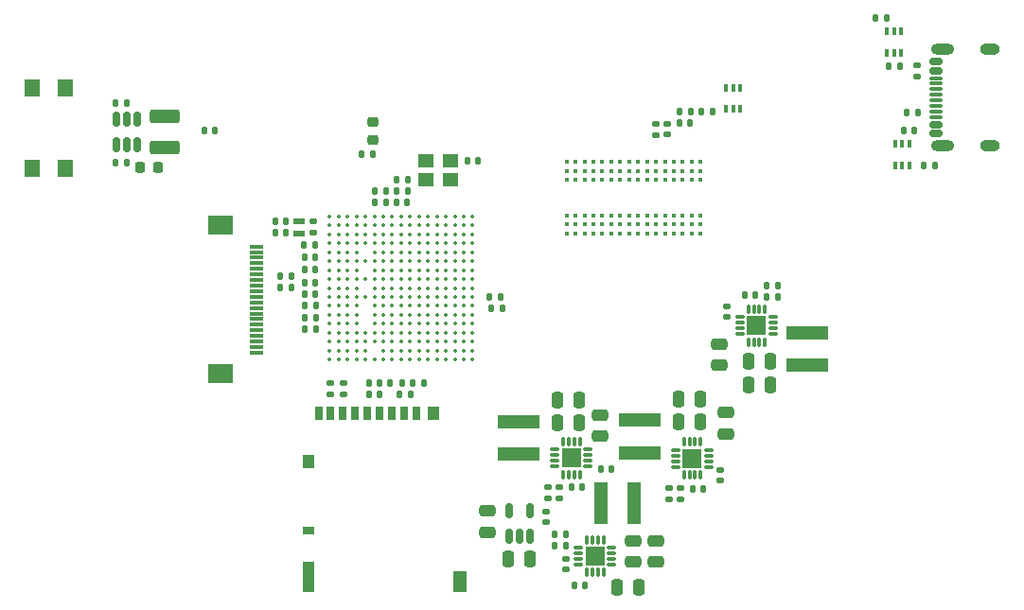
<source format=gbr>
%TF.GenerationSoftware,KiCad,Pcbnew,8.0.6*%
%TF.CreationDate,2025-04-20T13:18:45+02:00*%
%TF.ProjectId,hardware,68617264-7761-4726-952e-6b696361645f,rev?*%
%TF.SameCoordinates,Original*%
%TF.FileFunction,Paste,Top*%
%TF.FilePolarity,Positive*%
%FSLAX46Y46*%
G04 Gerber Fmt 4.6, Leading zero omitted, Abs format (unit mm)*
G04 Created by KiCad (PCBNEW 8.0.6) date 2025-04-20 13:18:45*
%MOMM*%
%LPD*%
G01*
G04 APERTURE LIST*
G04 Aperture macros list*
%AMRoundRect*
0 Rectangle with rounded corners*
0 $1 Rounding radius*
0 $2 $3 $4 $5 $6 $7 $8 $9 X,Y pos of 4 corners*
0 Add a 4 corners polygon primitive as box body*
4,1,4,$2,$3,$4,$5,$6,$7,$8,$9,$2,$3,0*
0 Add four circle primitives for the rounded corners*
1,1,$1+$1,$2,$3*
1,1,$1+$1,$4,$5*
1,1,$1+$1,$6,$7*
1,1,$1+$1,$8,$9*
0 Add four rect primitives between the rounded corners*
20,1,$1+$1,$2,$3,$4,$5,0*
20,1,$1+$1,$4,$5,$6,$7,0*
20,1,$1+$1,$6,$7,$8,$9,0*
20,1,$1+$1,$8,$9,$2,$3,0*%
G04 Aperture macros list end*
%ADD10C,0.340000*%
%ADD11RoundRect,0.135000X-0.135000X-0.185000X0.135000X-0.185000X0.135000X0.185000X-0.135000X0.185000X0*%
%ADD12RoundRect,0.140000X-0.140000X-0.170000X0.140000X-0.170000X0.140000X0.170000X-0.140000X0.170000X0*%
%ADD13RoundRect,0.250000X0.475000X-0.250000X0.475000X0.250000X-0.475000X0.250000X-0.475000X-0.250000X0*%
%ADD14RoundRect,0.250000X-0.250000X-0.475000X0.250000X-0.475000X0.250000X0.475000X-0.250000X0.475000X0*%
%ADD15RoundRect,0.140000X-0.170000X0.140000X-0.170000X-0.140000X0.170000X-0.140000X0.170000X0.140000X0*%
%ADD16RoundRect,0.140000X0.140000X0.170000X-0.140000X0.170000X-0.140000X-0.170000X0.140000X-0.170000X0*%
%ADD17RoundRect,0.250000X-0.475000X0.250000X-0.475000X-0.250000X0.475000X-0.250000X0.475000X0.250000X0*%
%ADD18R,3.700000X1.300000*%
%ADD19R,1.300000X3.700000*%
%ADD20RoundRect,0.135000X0.185000X-0.135000X0.185000X0.135000X-0.185000X0.135000X-0.185000X-0.135000X0*%
%ADD21RoundRect,0.135000X-0.185000X0.135000X-0.185000X-0.135000X0.185000X-0.135000X0.185000X0.135000X0*%
%ADD22O,0.850000X0.280000*%
%ADD23O,0.280000X0.850000*%
%ADD24R,1.700000X1.700000*%
%ADD25R,1.400000X1.200000*%
%ADD26R,1.000000X0.500000*%
%ADD27RoundRect,0.140000X0.170000X-0.140000X0.170000X0.140000X-0.170000X0.140000X-0.170000X-0.140000X0*%
%ADD28C,0.399500*%
%ADD29RoundRect,0.135000X0.135000X0.185000X-0.135000X0.185000X-0.135000X-0.185000X0.135000X-0.185000X0*%
%ADD30R,0.700000X1.200000*%
%ADD31R,1.000000X0.800000*%
%ADD32R,1.000000X1.200000*%
%ADD33R,1.000000X2.800000*%
%ADD34R,1.300000X1.900000*%
%ADD35RoundRect,0.250000X0.250000X0.475000X-0.250000X0.475000X-0.250000X-0.475000X0.250000X-0.475000X0*%
%ADD36RoundRect,0.150000X0.150000X-0.512500X0.150000X0.512500X-0.150000X0.512500X-0.150000X-0.512500X0*%
%ADD37RoundRect,0.250000X1.075000X-0.375000X1.075000X0.375000X-1.075000X0.375000X-1.075000X-0.375000X0*%
%ADD38RoundRect,0.100000X-0.100000X0.225000X-0.100000X-0.225000X0.100000X-0.225000X0.100000X0.225000X0*%
%ADD39RoundRect,0.150000X0.425000X-0.150000X0.425000X0.150000X-0.425000X0.150000X-0.425000X-0.150000X0*%
%ADD40RoundRect,0.075000X0.500000X-0.075000X0.500000X0.075000X-0.500000X0.075000X-0.500000X-0.075000X0*%
%ADD41O,2.100000X1.000000*%
%ADD42O,1.800000X1.000000*%
%ADD43RoundRect,0.218750X-0.256250X0.218750X-0.256250X-0.218750X0.256250X-0.218750X0.256250X0.218750X0*%
%ADD44R,1.300000X0.300000*%
%ADD45R,2.200000X1.800000*%
%ADD46R,1.400000X1.600000*%
%ADD47RoundRect,0.100000X0.100000X-0.225000X0.100000X0.225000X-0.100000X0.225000X-0.100000X-0.225000X0*%
%ADD48RoundRect,0.225000X-0.225000X-0.250000X0.225000X-0.250000X0.225000X0.250000X-0.225000X0.250000X0*%
G04 APERTURE END LIST*
D10*
%TO.C,U2*%
X121157200Y-115366000D03*
X120357200Y-115366000D03*
X119557200Y-115366000D03*
X118757200Y-115366000D03*
X117957200Y-115366000D03*
X117157200Y-115366000D03*
X116357200Y-115366000D03*
X115557200Y-115366000D03*
X114757200Y-115366000D03*
X113957200Y-115366000D03*
X113157200Y-115366000D03*
X112357200Y-115366000D03*
X111557200Y-115366000D03*
X110757200Y-115366000D03*
X109957200Y-115366000D03*
X109157200Y-115366000D03*
X108357200Y-115366000D03*
X121157200Y-114566000D03*
X120357200Y-114566000D03*
X119557200Y-114566000D03*
X118757200Y-114566000D03*
X117957200Y-114566000D03*
X117157200Y-114566000D03*
X116357200Y-114566000D03*
X115557200Y-114566000D03*
X114757200Y-114566000D03*
X113957200Y-114566000D03*
X113157200Y-114566000D03*
X111557200Y-114566000D03*
X110757200Y-114566000D03*
X109957200Y-114566000D03*
X109157200Y-114566000D03*
X108357200Y-114566000D03*
X121157200Y-113766000D03*
X120357200Y-113766000D03*
X119557200Y-113766000D03*
X118757200Y-113766000D03*
X117957200Y-113766000D03*
X117157200Y-113766000D03*
X116357200Y-113766000D03*
X115557200Y-113766000D03*
X114757200Y-113766000D03*
X113957200Y-113766000D03*
X113157200Y-113766000D03*
X112357200Y-113766000D03*
X111557200Y-113766000D03*
X110757200Y-113766000D03*
X109957200Y-113766000D03*
X109157200Y-113766000D03*
X108357200Y-113766000D03*
X121157200Y-112966000D03*
X120357200Y-112966000D03*
X119557200Y-112966000D03*
X118757200Y-112966000D03*
X117957200Y-112966000D03*
X117157200Y-112966000D03*
X116357200Y-112966000D03*
X115557200Y-112966000D03*
X114757200Y-112966000D03*
X113957200Y-112966000D03*
X113157200Y-112966000D03*
X112357200Y-112966000D03*
X111557200Y-112966000D03*
X110757200Y-112966000D03*
X109957200Y-112966000D03*
X109157200Y-112966000D03*
X108357200Y-112966000D03*
X121157200Y-112166000D03*
X120357200Y-112166000D03*
X119557200Y-112166000D03*
X118757200Y-112166000D03*
X117957200Y-112166000D03*
X117157200Y-112166000D03*
X116357200Y-112166000D03*
X115557200Y-112166000D03*
X114757200Y-112166000D03*
X113957200Y-112166000D03*
X113157200Y-112166000D03*
X112357200Y-112166000D03*
X110757200Y-112166000D03*
X109957200Y-112166000D03*
X109157200Y-112166000D03*
X108357200Y-112166000D03*
X121157200Y-111366000D03*
X120357200Y-111366000D03*
X119557200Y-111366000D03*
X118757200Y-111366000D03*
X117957200Y-111366000D03*
X117157200Y-111366000D03*
X116357200Y-111366000D03*
X115557200Y-111366000D03*
X114757200Y-111366000D03*
X113957200Y-111366000D03*
X113157200Y-111366000D03*
X112357200Y-111366000D03*
X110757200Y-111366000D03*
X109957200Y-111366000D03*
X109157200Y-111366000D03*
X108357200Y-111366000D03*
X121157200Y-110566000D03*
X120357200Y-110566000D03*
X119557200Y-110566000D03*
X118757200Y-110566000D03*
X117957200Y-110566000D03*
X117157200Y-110566000D03*
X116357200Y-110566000D03*
X115557200Y-110566000D03*
X114757200Y-110566000D03*
X113957200Y-110566000D03*
X113157200Y-110566000D03*
X112357200Y-110566000D03*
X110757200Y-110566000D03*
X109957200Y-110566000D03*
X109157200Y-110566000D03*
X108357200Y-110566000D03*
X121157200Y-109766000D03*
X120357200Y-109766000D03*
X119557200Y-109766000D03*
X118757200Y-109766000D03*
X117957200Y-109766000D03*
X117157200Y-109766000D03*
X116357200Y-109766000D03*
X115557200Y-109766000D03*
X114757200Y-109766000D03*
X113957200Y-109766000D03*
X113157200Y-109766000D03*
X112357200Y-109766000D03*
X111557200Y-109766000D03*
X110757200Y-109766000D03*
X109957200Y-109766000D03*
X109157200Y-109766000D03*
X108357200Y-109766000D03*
X121157200Y-108966000D03*
X120357200Y-108966000D03*
X119557200Y-108966000D03*
X118757200Y-108966000D03*
X117957200Y-108966000D03*
X117157200Y-108966000D03*
X116357200Y-108966000D03*
X115557200Y-108966000D03*
X114757200Y-108966000D03*
X113957200Y-108966000D03*
X113157200Y-108966000D03*
X112357200Y-108966000D03*
X110757200Y-108966000D03*
X109957200Y-108966000D03*
X109157200Y-108966000D03*
X108357200Y-108966000D03*
X121157200Y-108166000D03*
X120357200Y-108166000D03*
X119557200Y-108166000D03*
X118757200Y-108166000D03*
X117957200Y-108166000D03*
X117157200Y-108166000D03*
X116357200Y-108166000D03*
X115557200Y-108166000D03*
X114757200Y-108166000D03*
X113957200Y-108166000D03*
X113157200Y-108166000D03*
X112357200Y-108166000D03*
X111557200Y-108166000D03*
X110757200Y-108166000D03*
X109957200Y-108166000D03*
X109157200Y-108166000D03*
X108357200Y-108166000D03*
X121157200Y-107366000D03*
X120357200Y-107366000D03*
X119557200Y-107366000D03*
X118757200Y-107366000D03*
X117957200Y-107366000D03*
X117157200Y-107366000D03*
X116357200Y-107366000D03*
X115557200Y-107366000D03*
X114757200Y-107366000D03*
X113957200Y-107366000D03*
X113157200Y-107366000D03*
X112357200Y-107366000D03*
X110757200Y-107366000D03*
X109957200Y-107366000D03*
X109157200Y-107366000D03*
X108357200Y-107366000D03*
X121157200Y-106566000D03*
X120357200Y-106566000D03*
X119557200Y-106566000D03*
X118757200Y-106566000D03*
X117957200Y-106566000D03*
X117157200Y-106566000D03*
X116357200Y-106566000D03*
X115557200Y-106566000D03*
X114757200Y-106566000D03*
X113957200Y-106566000D03*
X113157200Y-106566000D03*
X112357200Y-106566000D03*
X111557200Y-106566000D03*
X110757200Y-106566000D03*
X109957200Y-106566000D03*
X109157200Y-106566000D03*
X108357200Y-106566000D03*
X121157200Y-105766000D03*
X120357200Y-105766000D03*
X119557200Y-105766000D03*
X118757200Y-105766000D03*
X117957200Y-105766000D03*
X117157200Y-105766000D03*
X116357200Y-105766000D03*
X115557200Y-105766000D03*
X114757200Y-105766000D03*
X113957200Y-105766000D03*
X113157200Y-105766000D03*
X112357200Y-105766000D03*
X110757200Y-105766000D03*
X109957200Y-105766000D03*
X109157200Y-105766000D03*
X108357200Y-105766000D03*
X121157200Y-104966000D03*
X120357200Y-104966000D03*
X119557200Y-104966000D03*
X118757200Y-104966000D03*
X117957200Y-104966000D03*
X117157200Y-104966000D03*
X116357200Y-104966000D03*
X115557200Y-104966000D03*
X114757200Y-104966000D03*
X113957200Y-104966000D03*
X113157200Y-104966000D03*
X112357200Y-104966000D03*
X111557200Y-104966000D03*
X110757200Y-104966000D03*
X109957200Y-104966000D03*
X109157200Y-104966000D03*
X108357200Y-104966000D03*
X121157200Y-104166000D03*
X120357200Y-104166000D03*
X119557200Y-104166000D03*
X118757200Y-104166000D03*
X117957200Y-104166000D03*
X117157200Y-104166000D03*
X116357200Y-104166000D03*
X115557200Y-104166000D03*
X114757200Y-104166000D03*
X113957200Y-104166000D03*
X113157200Y-104166000D03*
X112357200Y-104166000D03*
X111557200Y-104166000D03*
X110757200Y-104166000D03*
X109957200Y-104166000D03*
X109157200Y-104166000D03*
X108357200Y-104166000D03*
X121157200Y-103366000D03*
X120357200Y-103366000D03*
X119557200Y-103366000D03*
X118757200Y-103366000D03*
X117957200Y-103366000D03*
X117157200Y-103366000D03*
X116357200Y-103366000D03*
X115557200Y-103366000D03*
X114757200Y-103366000D03*
X113957200Y-103366000D03*
X113157200Y-103366000D03*
X112357200Y-103366000D03*
X111557200Y-103366000D03*
X110757200Y-103366000D03*
X109957200Y-103366000D03*
X109157200Y-103366000D03*
X108357200Y-103366000D03*
X121157200Y-102566000D03*
X120357200Y-102566000D03*
X119557200Y-102566000D03*
X118757200Y-102566000D03*
X117957200Y-102566000D03*
X117157200Y-102566000D03*
X116357200Y-102566000D03*
X115557200Y-102566000D03*
X114757200Y-102566000D03*
X113957200Y-102566000D03*
X113157200Y-102566000D03*
X112357200Y-102566000D03*
X111557200Y-102566000D03*
X110757200Y-102566000D03*
X109957200Y-102566000D03*
X109157200Y-102566000D03*
X108357200Y-102566000D03*
%TD*%
D11*
%TO.C,R1*%
X139634500Y-93179900D03*
X140654500Y-93179900D03*
%TD*%
%TO.C,R2*%
X141579100Y-93176000D03*
X142599100Y-93176000D03*
%TD*%
D12*
%TO.C,C4*%
X112410300Y-101295200D03*
X113370300Y-101295200D03*
%TD*%
%TO.C,C5*%
X114353400Y-101295200D03*
X115313400Y-101295200D03*
%TD*%
D11*
%TO.C,R4*%
X112383480Y-100277840D03*
X113403480Y-100277840D03*
%TD*%
%TO.C,R5*%
X114323400Y-100279200D03*
X115343400Y-100279200D03*
%TD*%
D13*
%TO.C,C11*%
X132575300Y-122222300D03*
X132575300Y-120322300D03*
%TD*%
D12*
%TO.C,C12*%
X129999800Y-126771400D03*
X130959800Y-126771400D03*
%TD*%
%TO.C,C13*%
X132616000Y-125145800D03*
X133576000Y-125145800D03*
%TD*%
D14*
%TO.C,C14*%
X128742400Y-121018300D03*
X130642400Y-121018300D03*
%TD*%
%TO.C,C15*%
X128742400Y-118986300D03*
X130642400Y-118986300D03*
%TD*%
D13*
%TO.C,C16*%
X143840200Y-122031800D03*
X143840200Y-120131800D03*
%TD*%
D14*
%TO.C,C17*%
X134091600Y-135763000D03*
X135991600Y-135763000D03*
%TD*%
D12*
%TO.C,C18*%
X140820200Y-126949200D03*
X141780200Y-126949200D03*
%TD*%
D15*
%TO.C,C19*%
X143319500Y-125250000D03*
X143319500Y-126210000D03*
%TD*%
%TO.C,C20*%
X129463800Y-133225600D03*
X129463800Y-134185600D03*
%TD*%
D16*
%TO.C,C21*%
X131191000Y-135585200D03*
X130231000Y-135585200D03*
%TD*%
D14*
%TO.C,C22*%
X139608520Y-118872000D03*
X141508520Y-118872000D03*
%TD*%
D17*
%TO.C,C23*%
X135483600Y-131612600D03*
X135483600Y-133512600D03*
%TD*%
D14*
%TO.C,C24*%
X139613600Y-120904000D03*
X141513600Y-120904000D03*
%TD*%
D17*
%TO.C,C25*%
X137541000Y-131612600D03*
X137541000Y-133512600D03*
%TD*%
D18*
%TO.C,L2*%
X125234700Y-123810600D03*
X125234700Y-120910600D03*
%TD*%
%TO.C,L3*%
X136118600Y-123700200D03*
X136118600Y-120800200D03*
%TD*%
D19*
%TO.C,L4*%
X132662000Y-128200000D03*
X135562000Y-128200000D03*
%TD*%
D20*
%TO.C,R11*%
X138734800Y-127891000D03*
X138734800Y-126871000D03*
%TD*%
D21*
%TO.C,R12*%
X139750800Y-126871000D03*
X139750800Y-127891000D03*
%TD*%
D11*
%TO.C,R13*%
X128496600Y-131038600D03*
X129516600Y-131038600D03*
%TD*%
D22*
%TO.C,U4*%
X128521460Y-123417900D03*
X128521460Y-123917900D03*
X128521460Y-124417900D03*
X128521460Y-124917900D03*
D23*
X129247200Y-125643640D03*
X129747200Y-125643640D03*
X130247200Y-125643640D03*
X130747200Y-125643640D03*
D22*
X131472940Y-124917900D03*
X131472940Y-124417900D03*
X131472940Y-123917900D03*
X131472940Y-123417900D03*
D23*
X130747200Y-122692160D03*
X130247200Y-122692160D03*
X129747200Y-122692160D03*
X129247200Y-122692160D03*
D24*
X129997200Y-124167900D03*
%TD*%
D22*
%TO.C,U5*%
X139324080Y-123470160D03*
X139324080Y-123970160D03*
X139324080Y-124470160D03*
X139324080Y-124970160D03*
D23*
X140049820Y-125695900D03*
X140549820Y-125695900D03*
X141049820Y-125695900D03*
X141549820Y-125695900D03*
D22*
X142275560Y-124970160D03*
X142275560Y-124470160D03*
X142275560Y-123970160D03*
X142275560Y-123470160D03*
D23*
X141549820Y-122744420D03*
X141049820Y-122744420D03*
X140549820Y-122744420D03*
X140049820Y-122744420D03*
D24*
X140799820Y-124220160D03*
%TD*%
D23*
%TO.C,U6*%
X132850320Y-131483100D03*
X132350320Y-131483100D03*
X131850320Y-131483100D03*
X131350320Y-131483100D03*
D22*
X130624580Y-132208840D03*
X130624580Y-132708840D03*
X130624580Y-133208840D03*
X130624580Y-133708840D03*
D23*
X131350320Y-134434580D03*
X131850320Y-134434580D03*
X132350320Y-134434580D03*
X132850320Y-134434580D03*
D22*
X133576060Y-133708840D03*
X133576060Y-133208840D03*
X133576060Y-132708840D03*
X133576060Y-132208840D03*
D24*
X132100320Y-132958840D03*
%TD*%
D14*
%TO.C,C26*%
X124373600Y-133200000D03*
X126273600Y-133200000D03*
%TD*%
D15*
%TO.C,C27*%
X127685800Y-128983800D03*
X127685800Y-129943800D03*
%TD*%
D17*
%TO.C,C28*%
X122453400Y-128920200D03*
X122453400Y-130820200D03*
%TD*%
D16*
%TO.C,C29*%
X107109200Y-111633000D03*
X106149200Y-111633000D03*
%TD*%
%TO.C,C30*%
X107109200Y-112623600D03*
X106149200Y-112623600D03*
%TD*%
%TO.C,C33*%
X107058400Y-107300000D03*
X106098400Y-107300000D03*
%TD*%
D25*
%TO.C,Y1*%
X116933800Y-99249600D03*
X119133800Y-99249600D03*
X119133800Y-97549600D03*
X116933800Y-97549600D03*
%TD*%
D12*
%TO.C,C95*%
X103497440Y-104000000D03*
X104457440Y-104000000D03*
%TD*%
%TO.C,C96*%
X103497440Y-102961440D03*
X104457440Y-102961440D03*
%TD*%
%TO.C,C97*%
X120685680Y-97530920D03*
X121645680Y-97530920D03*
%TD*%
D16*
%TO.C,C98*%
X115318480Y-99247960D03*
X114358480Y-99247960D03*
%TD*%
D12*
%TO.C,C100*%
X106098400Y-106217720D03*
X107058400Y-106217720D03*
%TD*%
D16*
%TO.C,C101*%
X107109200Y-110540800D03*
X106149200Y-110540800D03*
%TD*%
%TO.C,C103*%
X107083800Y-109474000D03*
X106123800Y-109474000D03*
%TD*%
%TO.C,C104*%
X107083800Y-108483400D03*
X106123800Y-108483400D03*
%TD*%
D20*
%TO.C,R29*%
X106928920Y-104015000D03*
X106928920Y-102995000D03*
%TD*%
D26*
%TO.C,Y2*%
X105640840Y-104060160D03*
X105640840Y-102960160D03*
%TD*%
D11*
%TO.C,R27*%
X122781600Y-110744000D03*
X123801600Y-110744000D03*
%TD*%
%TO.C,R28*%
X122629200Y-109728000D03*
X123649200Y-109728000D03*
%TD*%
D27*
%TO.C,C3*%
X138569700Y-95222000D03*
X138569700Y-94262000D03*
%TD*%
D21*
%TO.C,R3*%
X137566400Y-94232000D03*
X137566400Y-95252000D03*
%TD*%
D28*
%TO.C,U1*%
X129553200Y-104063200D03*
X129553200Y-103263200D03*
X129553200Y-102463200D03*
X129553200Y-99263200D03*
X129553200Y-98463200D03*
X129553200Y-97663200D03*
X130353200Y-104063200D03*
X130353200Y-103263200D03*
X130353200Y-102463200D03*
X130353200Y-99263200D03*
X130353200Y-98463200D03*
X130353200Y-97663200D03*
X131153200Y-104063200D03*
X131153200Y-103263200D03*
X131153200Y-102463200D03*
X131153200Y-99263200D03*
X131153200Y-98463200D03*
X131153200Y-97663200D03*
X131953200Y-104063200D03*
X131953200Y-103263200D03*
X131953200Y-102463200D03*
X131953200Y-99263200D03*
X131953200Y-98463200D03*
X131953200Y-97663200D03*
X132753200Y-104063200D03*
X132753200Y-103263200D03*
X132753200Y-102463200D03*
X132753200Y-99263200D03*
X132753200Y-98463200D03*
X132753200Y-97663200D03*
X133553200Y-104063200D03*
X133553200Y-103263200D03*
X133553200Y-102463200D03*
X133553200Y-99263200D03*
X133553200Y-98463200D03*
X133553200Y-97663200D03*
X134353200Y-104063200D03*
X134353200Y-103263200D03*
X134353200Y-102463200D03*
X134353200Y-99263200D03*
X134353200Y-98463200D03*
X134353200Y-97663200D03*
X135153200Y-104063200D03*
X135153200Y-103263200D03*
X135153200Y-102463200D03*
X135153200Y-99263200D03*
X135153200Y-98463200D03*
X135153200Y-97663200D03*
X135953200Y-104063200D03*
X135953200Y-103263200D03*
X135953200Y-102463200D03*
X135953200Y-99263200D03*
X135953200Y-98463200D03*
X135953200Y-97663200D03*
X136753200Y-104063200D03*
X136753200Y-103263200D03*
X136753200Y-102463200D03*
X136753200Y-99263200D03*
X136753200Y-98463200D03*
X136753200Y-97663200D03*
X137553200Y-104063200D03*
X137553200Y-103263200D03*
X137553200Y-102463200D03*
X137553200Y-99263200D03*
X137553200Y-98463200D03*
X137553200Y-97663200D03*
X138353200Y-104063200D03*
X138353200Y-103263200D03*
X138353200Y-102463200D03*
X138353200Y-99263200D03*
X138353200Y-98463200D03*
X138353200Y-97663200D03*
X139153200Y-104063200D03*
X139153200Y-103263200D03*
X139153200Y-102463200D03*
X139153200Y-99263200D03*
X139153200Y-98463200D03*
X139153200Y-97663200D03*
X139953200Y-104063200D03*
X139953200Y-103263200D03*
X139953200Y-102463200D03*
X139953200Y-99263200D03*
X139953200Y-98463200D03*
X139953200Y-97663200D03*
X140753200Y-104063200D03*
X140753200Y-103263200D03*
X140753200Y-102463200D03*
X140753200Y-99263200D03*
X140753200Y-98463200D03*
X140753200Y-97663200D03*
X141553200Y-104063200D03*
X141553200Y-103263200D03*
X141553200Y-102463200D03*
X141553200Y-99263200D03*
X141553200Y-98463200D03*
X141553200Y-97663200D03*
%TD*%
D20*
%TO.C,R9*%
X127914400Y-127789400D03*
X127914400Y-126769400D03*
%TD*%
D21*
%TO.C,R10*%
X128930400Y-126769400D03*
X128930400Y-127789400D03*
%TD*%
D29*
%TO.C,R31*%
X107101100Y-105143300D03*
X106081100Y-105143300D03*
%TD*%
D16*
%TO.C,C102*%
X104922260Y-107927140D03*
X103962260Y-107927140D03*
%TD*%
D11*
%TO.C,R32*%
X103909400Y-108915200D03*
X104929400Y-108915200D03*
%TD*%
D16*
%TO.C,C93*%
X112860000Y-118500000D03*
X111900000Y-118500000D03*
%TD*%
%TO.C,C94*%
X112860000Y-117500000D03*
X111900000Y-117500000D03*
%TD*%
D30*
%TO.C,J1*%
X116084400Y-120164000D03*
X114984400Y-120164000D03*
X113884400Y-120164000D03*
X112784400Y-120164000D03*
X111684400Y-120164000D03*
X110584400Y-120164000D03*
X109484400Y-120164000D03*
X108384400Y-120164000D03*
X107434400Y-120164000D03*
D31*
X106484400Y-130664000D03*
D32*
X106484400Y-124464000D03*
D33*
X106484400Y-134814000D03*
D32*
X117634400Y-120164000D03*
D34*
X119984400Y-135264000D03*
%TD*%
D18*
%TO.C,L1*%
X151130000Y-112977000D03*
X151130000Y-115877000D03*
%TD*%
D35*
%TO.C,C9*%
X147762000Y-115544600D03*
X145862000Y-115544600D03*
%TD*%
D22*
%TO.C,U3*%
X148033740Y-113078960D03*
X148033740Y-112578960D03*
X148033740Y-112078960D03*
X148033740Y-111578960D03*
D23*
X147308000Y-110853220D03*
X146808000Y-110853220D03*
X146308000Y-110853220D03*
X145808000Y-110853220D03*
D22*
X145082260Y-111578960D03*
X145082260Y-112078960D03*
X145082260Y-112578960D03*
X145082260Y-113078960D03*
D23*
X145808000Y-113804700D03*
X146308000Y-113804700D03*
X146808000Y-113804700D03*
X147308000Y-113804700D03*
D24*
X146558000Y-112328960D03*
%TD*%
D29*
%TO.C,R7*%
X148465000Y-108737400D03*
X147445000Y-108737400D03*
%TD*%
D11*
%TO.C,R8*%
X147445000Y-109728000D03*
X148465000Y-109728000D03*
%TD*%
D35*
%TO.C,C10*%
X147762000Y-117602000D03*
X145862000Y-117602000D03*
%TD*%
D17*
%TO.C,C6*%
X143230600Y-113985000D03*
X143230600Y-115885000D03*
%TD*%
D16*
%TO.C,C7*%
X146453800Y-109626400D03*
X145493800Y-109626400D03*
%TD*%
D27*
%TO.C,C8*%
X143891000Y-111528800D03*
X143891000Y-110568800D03*
%TD*%
D12*
%TO.C,C1*%
X139664500Y-94183200D03*
X140624500Y-94183200D03*
%TD*%
D36*
%TO.C,U7*%
X124383760Y-131149940D03*
X125333760Y-131149940D03*
X126283760Y-131149940D03*
X126283760Y-128874940D03*
X124383760Y-128874940D03*
%TD*%
D29*
%TO.C,R14*%
X129516600Y-132054600D03*
X128496600Y-132054600D03*
%TD*%
D20*
%TO.C,R41*%
X108400000Y-118510000D03*
X108400000Y-117490000D03*
%TD*%
D29*
%TO.C,R25*%
X115610000Y-118500000D03*
X114590000Y-118500000D03*
%TD*%
D37*
%TO.C,L6*%
X93600000Y-96375000D03*
X93600000Y-93575000D03*
%TD*%
D20*
%TO.C,R42*%
X109600000Y-118510000D03*
X109600000Y-117490000D03*
%TD*%
D29*
%TO.C,R24*%
X116810000Y-117500000D03*
X115790000Y-117500000D03*
%TD*%
D12*
%TO.C,C57*%
X161520000Y-98000000D03*
X162480000Y-98000000D03*
%TD*%
D38*
%TO.C,U11*%
X160232500Y-96090000D03*
X159582500Y-96090000D03*
X158932500Y-96090000D03*
X158932500Y-97990000D03*
X159582500Y-97990000D03*
X160232500Y-97990000D03*
%TD*%
D39*
%TO.C,J5*%
X162645000Y-95120000D03*
X162645000Y-94320000D03*
D40*
X162645000Y-93170000D03*
X162645000Y-92170000D03*
X162645000Y-91670000D03*
X162645000Y-90670000D03*
D39*
X162645000Y-89520000D03*
X162645000Y-88720000D03*
X162645000Y-88720000D03*
X162645000Y-89520000D03*
D40*
X162645000Y-90170000D03*
X162645000Y-91170000D03*
X162645000Y-92670000D03*
X162645000Y-93670000D03*
D39*
X162645000Y-94320000D03*
X162645000Y-95120000D03*
D41*
X163220000Y-96240000D03*
D42*
X167400000Y-96240000D03*
D41*
X163220000Y-87600000D03*
D42*
X167400000Y-87600000D03*
%TD*%
D38*
%TO.C,U15*%
X145100000Y-91050000D03*
X144450000Y-91050000D03*
X143800000Y-91050000D03*
X143800000Y-92950000D03*
X144450000Y-92950000D03*
X145100000Y-92950000D03*
%TD*%
D43*
%TO.C,D1*%
X112200000Y-94112500D03*
X112200000Y-95687500D03*
%TD*%
D44*
%TO.C,J8*%
X101850000Y-105250000D03*
X101850000Y-105750000D03*
X101850000Y-106250000D03*
X101850000Y-106750000D03*
X101850000Y-107250000D03*
X101850000Y-107750000D03*
X101850000Y-108250000D03*
X101850000Y-108750000D03*
X101850000Y-109250000D03*
X101850000Y-109750000D03*
X101850000Y-110250000D03*
X101850000Y-110750000D03*
X101850000Y-111250000D03*
X101850000Y-111750000D03*
X101850000Y-112250000D03*
X101850000Y-112750000D03*
X101850000Y-113250000D03*
X101850000Y-113750000D03*
X101850000Y-114250000D03*
X101850000Y-114750000D03*
D45*
X98600000Y-103350000D03*
X98600000Y-116650000D03*
%TD*%
D46*
%TO.C,SW1*%
X81750000Y-98280000D03*
X81750000Y-91080000D03*
X84750000Y-98280000D03*
X84750000Y-91080000D03*
%TD*%
D11*
%TO.C,R43*%
X159950000Y-93270000D03*
X160970000Y-93270000D03*
%TD*%
%TO.C,R45*%
X111190000Y-97000000D03*
X112210000Y-97000000D03*
%TD*%
%TO.C,R20*%
X89190000Y-92375000D03*
X90210000Y-92375000D03*
%TD*%
D29*
%TO.C,R21*%
X90210000Y-97700000D03*
X89190000Y-97700000D03*
%TD*%
D21*
%TO.C,R44*%
X160900000Y-88990000D03*
X160900000Y-90010000D03*
%TD*%
D29*
%TO.C,R22*%
X114810000Y-117500000D03*
X113790000Y-117500000D03*
%TD*%
D47*
%TO.C,U12*%
X158200000Y-87890000D03*
X158850000Y-87890000D03*
X159500000Y-87890000D03*
X159500000Y-85990000D03*
X158850000Y-85990000D03*
X158200000Y-85990000D03*
%TD*%
D12*
%TO.C,C34*%
X97120000Y-94900000D03*
X98080000Y-94900000D03*
%TD*%
%TO.C,C52*%
X158410000Y-89090000D03*
X159370000Y-89090000D03*
%TD*%
D48*
%TO.C,C35*%
X91425000Y-98175000D03*
X92975000Y-98175000D03*
%TD*%
D36*
%TO.C,U9*%
X89250000Y-96112500D03*
X90200000Y-96112500D03*
X91150000Y-96112500D03*
X91150000Y-93837500D03*
X90200000Y-93837500D03*
X89250000Y-93837500D03*
%TD*%
D16*
%TO.C,C58*%
X158180000Y-84790000D03*
X157220000Y-84790000D03*
%TD*%
%TO.C,C51*%
X160680000Y-94900000D03*
X159720000Y-94900000D03*
%TD*%
M02*

</source>
